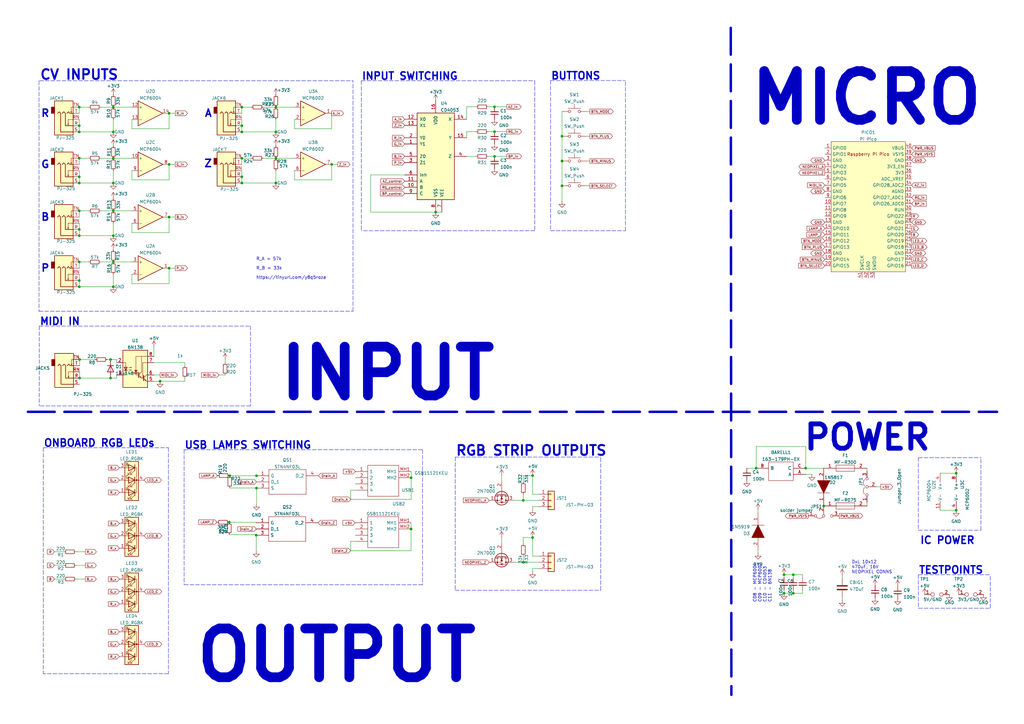
<source format=kicad_sch>
(kicad_sch (version 20211123) (generator eeschema)
  (paper "A3")
  (title_block (title "Illuminati Revisited DIY") (date "2022-03-18") (rev "1.1") (company "modu.monster") (comment 1 "@noise.kitchen"))
  (junction (at 230.505 55.88))
  (junction (at 105.2151 200.2002))
  (junction (at 69.342 46.482))
  (junction (at 32.512 75.057))
  (junction (at 337.82 207.518))
  (junction (at 218.44 220.472))
  (junction (at 392.176 209.296))
  (junction (at 202.819 43.815))
  (junction (at 321.564 243.332))
  (junction (at 99.187 72.517))
  (junction (at 230.505 66.04))
  (junction (at 94.0391 214.1702))
  (junction (at 32.639 155.067))
  (junction (at 32.512 64.897))
  (junction (at 99.187 75.057))
  (junction (at 168.6109 195.9367))
  (junction (at 69.342 89.027))
  (junction (at 32.512 107.442))
  (junction (at 105.0881 219.5042))
  (junction (at 330.454 192.024))
  (junction (at 32.512 96.647))
  (junction (at 325.374 243.332))
  (junction (at 46.482 64.897))
  (junction (at 46.482 86.487))
  (junction (at 168.5881 216.9642))
  (junction (at 94.234 195.072))
  (junction (at 32.512 115.062))
  (junction (at 45.339 147.447))
  (junction (at 32.512 94.107))
  (junction (at 99.187 64.897))
  (junction (at 69.342 109.982))
  (junction (at 32.512 117.602))
  (junction (at 99.187 54.102))
  (junction (at 99.187 43.942))
  (junction (at 136.017 67.437))
  (junction (at 392.176 194.056))
  (junction (at 325.374 235.712))
  (junction (at 202.819 64.135))
  (junction (at 32.512 86.487))
  (junction (at 105.2151 195.1202))
  (junction (at 113.157 43.942))
  (junction (at 113.157 54.102))
  (junction (at 65.659 156.337))
  (junction (at 202.819 53.975))
  (junction (at 45.339 155.067))
  (junction (at 230.505 76.2))
  (junction (at 99.187 51.562))
  (junction (at 178.689 86.995))
  (junction (at 32.639 147.447))
  (junction (at 113.157 64.897))
  (junction (at 46.482 43.942))
  (junction (at 214.63 205.232))
  (junction (at 46.482 96.647))
  (junction (at 46.482 75.057))
  (junction (at 218.44 195.072))
  (junction (at 113.157 75.057))
  (junction (at 46.482 107.442))
  (junction (at 310.134 192.024))
  (junction (at 46.482 54.102))
  (junction (at 46.482 117.602))
  (junction (at 321.564 235.712))
  (junction (at 32.512 43.942))
  (junction (at 214.63 230.632))
  (junction (at 32.512 54.102))
  (junction (at 32.512 51.562))
  (junction (at 69.342 67.437))
  (junction (at 32.512 72.517))
  (wire (pts (xy 214.63 228.092) (xy 214.63 230.632)))
  (wire (pts (xy 329.184 235.712) (xy 329.184 236.982)))
  (wire (pts (xy 32.512 43.942) (xy 32.512 46.482)))
  (wire (pts (xy 330.454 192.024) (xy 337.82 192.024)))
  (wire (pts (xy 31.242 226.314) (xy 35.052 226.314)))
  (wire (pts (xy 94.234 195.072) (xy 105.2151 195.072)))
  (polyline (pts (xy 144.78 127.635) (xy 144.78 33.147)))
  (wire (pts (xy 205.74 195.072) (xy 205.74 197.612)))
  (wire (pts (xy 65.659 156.337) (xy 75.819 156.337)))
  (wire (pts (xy 47.879 153.797) (xy 47.879 155.067)))
  (wire (pts (xy 143.8459 201.0167) (xy 143.8459 204.8267)))
  (wire (pts (xy 46.482 64.897) (xy 54.102 64.897)))
  (wire (pts (xy 22.352 226.314) (xy 26.162 226.314)))
  (polyline (pts (xy 219.329 33.147) (xy 219.329 94.615)))
  (wire (pts (xy 143.8231 225.8542) (xy 168.5881 225.8542)))
  (polyline (pts (xy 102.743 166.497) (xy 16.129 166.497)))
  (wire (pts (xy 230.505 66.04) (xy 230.505 76.2)))
  (wire (pts (xy 120.777 49.022) (xy 120.777 52.832)))
  (polyline (pts (xy 225.806 33.02) (xy 225.806 94.615)))
  (wire (pts (xy 214.63 195.072) (xy 218.44 195.072)))
  (wire (pts (xy 178.689 86.995) (xy 181.229 86.995)))
  (wire (pts (xy 54.102 95.377) (xy 69.342 95.377)))
  (polyline (pts (xy 102.743 133.731) (xy 102.743 166.497)))
  (wire (pts (xy 108.077 64.897) (xy 113.157 64.897)))
  (wire (pts (xy 69.342 52.832) (xy 69.342 46.482)))
  (wire (pts (xy 94.234 200.152) (xy 105.2151 200.152)))
  (wire (pts (xy 205.74 220.472) (xy 205.74 223.012)))
  (wire (pts (xy 32.512 51.562) (xy 32.512 49.022)))
  (wire (pts (xy 32.512 64.897) (xy 32.512 67.437)))
  (wire (pts (xy 32.512 75.057) (xy 32.512 72.517)))
  (wire (pts (xy 69.342 116.332) (xy 69.342 109.982)))
  (wire (pts (xy 32.512 72.517) (xy 32.512 69.977)))
  (wire (pts (xy 329.184 243.332) (xy 325.374 243.332)))
  (wire (pts (xy 329.184 242.062) (xy 329.184 243.332)))
  (polyline (pts (xy 69.088 276.352) (xy 17.78 276.352)))
  (wire (pts (xy 120.777 73.787) (xy 136.017 73.787)))
  (wire (pts (xy 46.482 112.522) (xy 46.482 117.602)))
  (wire (pts (xy 218.44 207.772) (xy 220.98 207.772)))
  (wire (pts (xy 92.329 147.447) (xy 92.329 148.717)))
  (wire (pts (xy 355.6 192.024) (xy 355.6 193.294)))
  (wire (pts (xy 99.187 64.897) (xy 99.187 67.437)))
  (wire (pts (xy 41.402 107.442) (xy 46.482 107.442)))
  (wire (pts (xy 120.777 69.977) (xy 120.777 73.787)))
  (wire (pts (xy 214.63 202.692) (xy 214.63 205.232)))
  (polyline (pts (xy 256.54 94.615) (xy 256.54 33.02)))
  (wire (pts (xy 330.454 183.134) (xy 330.454 192.024)))
  (wire (pts (xy 69.342 89.027) (xy 71.882 89.027)))
  (polyline (pts (xy 186.69 242.062) (xy 246.38 242.062)))
  (wire (pts (xy 99.187 75.057) (xy 99.187 72.517)))
  (wire (pts (xy 89.789 153.797) (xy 92.329 153.797)))
  (wire (pts (xy 210.82 230.632) (xy 214.63 230.632)))
  (wire (pts (xy 99.187 64.897) (xy 102.997 64.897)))
  (wire (pts (xy 69.342 73.787) (xy 69.342 67.437)))
  (wire (pts (xy 337.82 207.518) (xy 337.82 207.772)))
  (wire (pts (xy 94.0391 214.1702) (xy 105.0881 214.1702)))
  (wire (pts (xy 143.8231 222.0442) (xy 143.8231 225.8542)))
  (wire (pts (xy 46.482 96.647) (xy 32.512 96.647)))
  (polyline (pts (xy 16.002 127.635) (xy 144.78 127.635)))
  (wire (pts (xy 69.342 109.982) (xy 71.882 109.982)))
  (wire (pts (xy 330.454 194.564) (xy 332.994 194.564)))
  (wire (pts (xy 325.374 243.332) (xy 321.564 243.332)))
  (wire (pts (xy 337.82 207.264) (xy 337.82 207.518)))
  (wire (pts (xy 321.564 235.712) (xy 325.374 235.712)))
  (wire (pts (xy 54.102 91.567) (xy 54.102 95.377)))
  (wire (pts (xy 218.44 233.172) (xy 218.44 234.442)))
  (wire (pts (xy 113.157 64.897) (xy 120.777 64.897)))
  (wire (pts (xy 41.402 43.942) (xy 46.482 43.942)))
  (wire (pts (xy 69.342 67.437) (xy 71.882 67.437)))
  (wire (pts (xy 63.119 156.337) (xy 65.659 156.337)))
  (wire (pts (xy 99.187 54.102) (xy 99.187 51.562)))
  (wire (pts (xy 41.402 64.897) (xy 46.482 64.897)))
  (wire (pts (xy 214.63 223.012) (xy 214.63 220.472)))
  (polyline (pts (xy 376.682 249.428) (xy 406.146 249.428)))
  (wire (pts (xy 202.819 64.135) (xy 207.899 64.135)))
  (wire (pts (xy 218.44 220.472) (xy 218.44 228.092)))
  (polyline (pts (xy 17.78 183.642) (xy 69.088 183.642)))
  (wire (pts (xy 32.512 107.442) (xy 32.512 109.982)))
  (wire (pts (xy 32.639 152.527) (xy 32.639 155.067)))
  (wire (pts (xy 214.63 205.232) (xy 220.98 205.232)))
  (wire (pts (xy 99.187 72.517) (xy 99.187 69.977)))
  (wire (pts (xy 113.157 69.977) (xy 113.157 75.057)))
  (wire (pts (xy 202.819 43.815) (xy 207.899 43.815)))
  (polyline (pts (xy 148.209 33.147) (xy 219.329 33.147)))
  (wire (pts (xy 32.639 155.067) (xy 45.339 155.067)))
  (wire (pts (xy 168.6109 193.3967) (xy 168.6109 195.9367)))
  (wire (pts (xy 240.665 55.88) (xy 241.935 55.88)))
  (polyline (pts (xy 16.002 33.147) (xy 16.002 127.635)))
  (wire (pts (xy 240.665 66.04) (xy 241.935 66.04)))
  (polyline (pts (xy 11.43 168.91) (xy 408.94 168.91)) (stroke (width 1)))
  (polyline (pts (xy 186.69 187.452) (xy 186.69 242.062)))
  (wire (pts (xy 143.8459 204.8267) (xy 168.6109 204.8267)))
  (polyline (pts (xy 225.806 33.02) (xy 256.54 33.02)))
  (wire (pts (xy 230.505 55.88) (xy 230.505 66.04)))
  (wire (pts (xy 46.482 75.057) (xy 32.512 75.057)))
  (wire (pts (xy 45.339 147.447) (xy 47.879 147.447)))
  (wire (pts (xy 152.019 86.995) (xy 178.689 86.995)))
  (wire (pts (xy 345.44 235.966) (xy 345.44 237.236)))
  (wire (pts (xy 325.374 235.712) (xy 329.184 235.712)))
  (wire (pts (xy 54.102 49.022) (xy 54.102 52.832)))
  (polyline (pts (xy 16.129 133.731) (xy 16.129 166.497)))
  (wire (pts (xy 218.44 233.172) (xy 220.98 233.172)))
  (wire (pts (xy 168.5881 214.4242) (xy 168.5881 216.9642)))
  (wire (pts (xy 310.134 192.024) (xy 310.134 183.134)))
  (wire (pts (xy 200.279 64.135) (xy 202.819 64.135)))
  (polyline (pts (xy 376.682 187.706) (xy 376.682 217.424)))
  (wire (pts (xy 310.896 209.042) (xy 310.896 210.312)))
  (wire (pts (xy 195.199 64.135) (xy 191.389 64.135)))
  (polyline (pts (xy 246.38 242.062) (xy 246.38 187.452)))
  (wire (pts (xy 168.6109 204.8267) (xy 168.6109 195.9367)))
  (wire (pts (xy 32.512 54.102) (xy 32.512 51.562)))
  (wire (pts (xy 63.119 148.717) (xy 75.819 148.717)))
  (wire (pts (xy 195.199 53.975) (xy 191.389 53.975)))
  (wire (pts (xy 99.187 43.942) (xy 102.997 43.942)))
  (polyline (pts (xy 376.682 235.712) (xy 376.682 249.428)))
  (wire (pts (xy 385.572 194.056) (xy 392.176 194.056)))
  (wire (pts (xy 54.102 116.332) (xy 69.342 116.332)))
  (wire (pts (xy 32.512 86.487) (xy 36.322 86.487)))
  (wire (pts (xy 47.879 147.447) (xy 47.879 148.717)))
  (wire (pts (xy 54.102 69.977) (xy 54.102 73.787)))
  (wire (pts (xy 218.44 228.092) (xy 220.98 228.092)))
  (polyline (pts (xy 225.806 94.615) (xy 256.54 94.615)))
  (wire (pts (xy 195.199 43.815) (xy 191.389 43.815)))
  (wire (pts (xy 54.102 112.522) (xy 54.102 116.332)))
  (wire (pts (xy 113.157 49.022) (xy 113.157 54.102)))
  (polyline (pts (xy 299.72 11.43) (xy 299.974 284.988)) (stroke (width 1)))
  (wire (pts (xy 32.512 86.487) (xy 32.512 89.027)))
  (wire (pts (xy 120.777 52.832) (xy 136.017 52.832)))
  (wire (pts (xy 105.2151 195.072) (xy 105.2151 195.1202)))
  (wire (pts (xy 214.63 220.472) (xy 218.44 220.472)))
  (wire (pts (xy 214.63 197.612) (xy 214.63 195.072)))
  (wire (pts (xy 94.0391 219.2502) (xy 105.0881 219.2502)))
  (polyline (pts (xy 406.146 249.428) (xy 406.146 235.712)))
  (wire (pts (xy 99.187 43.942) (xy 99.187 46.482)))
  (wire (pts (xy 32.639 147.447) (xy 32.639 149.987)))
  (polyline (pts (xy 148.209 33.147) (xy 148.209 94.615)))
  (wire (pts (xy 47.879 155.067) (xy 45.339 155.067)))
  (wire (pts (xy 191.389 43.815) (xy 191.389 48.895)))
  (wire (pts (xy 46.482 54.102) (xy 32.512 54.102)))
  (wire (pts (xy 44.069 147.447) (xy 45.339 147.447)))
  (polyline (pts (xy 16.256 33.147) (xy 144.78 33.147)))
  (wire (pts (xy 32.512 64.897) (xy 36.322 64.897)))
  (wire (pts (xy 32.512 96.647) (xy 32.512 94.107)))
  (wire (pts (xy 113.157 54.102) (xy 99.187 54.102)))
  (wire (pts (xy 230.505 45.72) (xy 230.505 55.88)))
  (wire (pts (xy 218.44 202.692) (xy 220.98 202.692)))
  (polyline (pts (xy 376.682 217.424) (xy 402.336 217.424)))
  (wire (pts (xy 113.157 43.942) (xy 120.777 43.942)))
  (wire (pts (xy 355.6 205.994) (xy 355.6 207.518)))
  (wire (pts (xy 105.0881 219.5042) (xy 105.0881 225.9794)))
  (wire (pts (xy 165.989 71.755) (xy 152.019 71.755)))
  (wire (pts (xy 32.512 43.942) (xy 36.322 43.942)))
  (wire (pts (xy 22.352 237.49) (xy 26.162 237.49)))
  (wire (pts (xy 32.512 117.602) (xy 32.512 115.062)))
  (polyline (pts (xy 186.69 187.452) (xy 246.38 187.452)))
  (wire (pts (xy 136.017 73.787) (xy 136.017 67.437)))
  (polyline (pts (xy 173.2871 239.8242) (xy 75.4971 239.8242)))
  (wire (pts (xy 200.279 53.975) (xy 202.819 53.975)))
  (wire (pts (xy 210.82 205.232) (xy 214.63 205.232)))
  (wire (pts (xy 54.102 73.787) (xy 69.342 73.787)))
  (wire (pts (xy 113.157 75.057) (xy 99.187 75.057)))
  (wire (pts (xy 46.482 86.487) (xy 54.102 86.487)))
  (wire (pts (xy 306.324 192.024) (xy 310.134 192.024)))
  (wire (pts (xy 105.0881 214.1702) (xy 105.0881 214.4242)))
  (wire (pts (xy 41.402 86.487) (xy 46.482 86.487)))
  (wire (pts (xy 75.819 155.067) (xy 75.819 156.337)))
  (wire (pts (xy 63.119 153.797) (xy 65.659 153.797)))
  (wire (pts (xy 31.242 231.902) (xy 35.052 231.902)))
  (wire (pts (xy 321.564 242.062) (xy 321.564 243.332)))
  (wire (pts (xy 22.352 231.902) (xy 26.162 231.902)))
  (wire (pts (xy 108.077 43.942) (xy 113.157 43.942)))
  (wire (pts (xy 105.2151 200.2002) (xy 105.2151 206.6754)))
  (polyline (pts (xy 173.2871 184.4522) (xy 173.2871 239.8242)))
  (wire (pts (xy 63.119 142.367) (xy 63.119 146.177)))
  (polyline (pts (xy 219.329 94.615) (xy 148.209 94.615)))
  (polyline (pts (xy 402.336 217.424) (xy 402.336 187.706)))
  (wire (pts (xy 69.342 46.482) (xy 71.882 46.482)))
  (wire (pts (xy 218.44 195.072) (xy 218.44 202.692)))
  (wire (pts (xy 105.0881 219.2502) (xy 105.0881 219.5042)))
  (wire (pts (xy 75.819 148.717) (xy 75.819 149.987)))
  (wire (pts (xy 310.896 225.552) (xy 310.896 226.822)))
  (wire (pts (xy 143.8231 222.0442) (xy 145.7281 222.0442)))
  (wire (pts (xy 200.279 43.815) (xy 202.819 43.815)))
  (wire (pts (xy 325.374 235.712) (xy 325.374 236.982)))
  (wire (pts (xy 46.482 91.567) (xy 46.482 96.647)))
  (wire (pts (xy 105.2151 200.152) (xy 105.2151 200.2002)))
  (wire (pts (xy 240.665 45.72) (xy 241.935 45.72)))
  (polyline (pts (xy 75.4971 184.4522) (xy 173.2871 184.4522)))
  (wire (pts (xy 32.512 107.442) (xy 36.322 107.442)))
  (wire (pts (xy 136.017 67.437) (xy 138.557 67.437)))
  (wire (pts (xy 99.187 51.562) (xy 99.187 49.022)))
  (wire (pts (xy 32.512 94.107) (xy 32.512 91.567)))
  (wire (pts (xy 46.482 43.942) (xy 54.102 43.942)))
  (polyline (pts (xy 17.78 183.642) (xy 17.78 276.352)))
  (wire (pts (xy 143.8459 201.0167) (xy 145.7509 201.0167)))
  (wire (pts (xy 54.102 52.832) (xy 69.342 52.832)))
  (wire (pts (xy 230.505 76.2) (xy 230.505 82.55)))
  (wire (pts (xy 321.564 235.712) (xy 321.564 236.982)))
  (polyline (pts (xy 376.682 187.706) (xy 402.336 187.706)))
  (polyline (pts (xy 69.088 183.642) (xy 69.088 276.352)))
  (wire (pts (xy 240.665 76.2) (xy 241.935 76.2)))
  (wire (pts (xy 385.572 209.296) (xy 392.176 209.296)))
  (wire (pts (xy 32.512 115.062) (xy 32.512 112.522)))
  (wire (pts (xy 310.134 183.134) (xy 330.454 183.134)))
  (wire (pts (xy 345.44 244.856) (xy 345.44 246.126)))
  (wire (pts (xy 136.017 52.832) (xy 136.017 46.482)))
  (wire (pts (xy 152.019 71.755) (xy 152.019 86.995)))
  (wire (pts (xy 168.5881 225.8542) (xy 168.5881 216.9642)))
  (wire (pts (xy 46.482 49.022) (xy 46.482 54.102)))
  (wire (pts (xy 46.482 117.602) (xy 32.512 117.602)))
  (wire (pts (xy 145.6011 214.4242) (xy 145.7281 214.4242)))
  (wire (pts (xy 46.482 69.977) (xy 46.482 75.057)))
  (wire (pts (xy 218.44 207.772) (xy 218.44 209.042)))
  (wire (pts (xy 214.63 230.632) (xy 220.98 230.632)))
  (wire (pts (xy 46.482 107.442) (xy 54.102 107.442)))
  (wire (pts (xy 32.639 147.447) (xy 38.989 147.447)))
  (wire (pts (xy 202.819 53.975) (xy 207.899 53.975)))
  (wire (pts (xy 325.374 242.062) (xy 325.374 243.332)))
  (wire (pts (xy 69.342 95.377) (xy 69.342 89.027)))
  (polyline (pts (xy 16.129 133.731) (xy 102.743 133.731)))
  (polyline (pts (xy 376.682 235.712) (xy 406.146 235.712)))
  (polyline (pts (xy 75.4971 184.4522) (xy 75.4971 239.8242)))
  (wire (pts (xy 191.389 53.975) (xy 191.389 56.515)))
  (wire (pts (xy 359.41 199.644) (xy 361.188 199.644)))
  (wire (pts (xy 35.052 237.49) (xy 31.242 237.49)))
  (text "DxL 10x12\n470uF, 16V\nNEOPIXEL CONNS" (at 349.25 235.458 0) (effects (font (size 1.27 1.27)) (justify left bottom)))
  (text "BUTTONS" (at 225.806 33.02 0) (effects (font (size 3 3) bold) (justify left bottom)))
  (text "A" (at 87.122 48.387 180) (effects (font (size 3 3) bold) (justify right bottom)))
  (text "https://tinyurl.com/y8q5roza" (at 105.029 114.681 0) (effects (font (size 1.27 1.27)) (justify left bottom)))
  (text "INPUT SWITCHING" (at 148.209 33.147 0) (effects (font (size 3 3) bold) (justify left bottom)))
  (text "OUTPUT" (at 78.74 280.67 0) (effects (font (size 20 20) bold) (justify left bottom)))
  (text "R_B = 33k\n" (at 105.029 110.871 0) (effects (font (size 1.27 1.27)) (justify left bottom)))
  (text "CV INPUTS" (at 16.129 33.147 0) (effects (font (size 4 4) (thickness 0.8) bold) (justify left bottom)))
  (text "POWER" (at 328.93 185.42 0) (effects (font (size 10 10) bold) (justify left bottom)))
  (text "MIDI IN" (at 16.129 133.731 0) (effects (font (size 3 3) bold) (justify left bottom)))
  (text "INPUT" (at 113.03 165.1 0) (effects (font (size 20 20) bold) (justify left bottom)))
  (text "TESTPOINTS" (at 376.682 235.712 0) (effects (font (size 3 3) bold) (justify left bottom)))
  (text "B" (at 20.447 90.932 180) (effects (font (size 3 3) bold) (justify right bottom)))
  (text "MICRO" (at 306.07 52.07 0) (effects (font (size 20 20) bold) (justify left bottom)))
  (text "R" (at 20.447 48.387 180) (effects (font (size 3 3) bold) (justify right bottom)))
  (text "P" (at 20.447 111.887 180) (effects (font (size 3 3) bold) (justify right bottom)))
  (text "C08 - MCP6004\nC09 - MCP6002\nC10 - CD4053\nC11 - 6N138" (at 316.484 247.142 90) (effects (font (size 1.27 1.27)) (justify left bottom)))
  (text "IC POWER" (at 377.19 223.52 0) (effects (font (size 3 3) bold) (justify left bottom)))
  (text "USB LAMPS SWITCHING" (at 75.4971 184.4522 0) (effects (font (size 3 3) bold) (justify left bottom)))
  (text "Z" (at 87.1843 68.971 180) (effects (font (size 3 3) bold) (justify right bottom)))
  (text "ONBOARD RGB LEDs" (at 17.78 183.642 0) (effects (font (size 3 3) bold) (justify left bottom)))
  (text "G" (at 20.447 69.342 180) (effects (font (size 3 3) bold) (justify right bottom)))
  (text "RGB STRIP OUTPUTS" (at 186.69 187.325 0) (effects (font (size 4 4) (thickness 0.8) bold) (justify left bottom)))
  (text "R_A = 57k" (at 105.029 107.061 0) (effects (font (size 1.27 1.27)) (justify left bottom)))
  (global_label "BTN_SELECT" (shape input) (at 338.328 108.966 180) (effects (font (size 1 1))) (property "Intersheet References" "${INTERSHEET_REFS}" (effects hide)))
  (global_label "G" (shape input) (at 22.352 231.902 180) (effects (font (size 1 1))) (property "Intersheet References" "${INTERSHEET_REFS}" (effects hide)))
  (global_label "LED_B" (shape output) (at 373.888 101.346 0) (effects (font (size 1 1))) (property "Intersheet References" "${INTERSHEET_REFS}" (effects hide)))
  (global_label "+5V" (shape input) (at 145.6011 214.4242 180) (effects (font (size 1 1))) (property "Intersheet References" "${INTERSHEET_REFS}" (effects hide)))
  (global_label "GND" (shape tri_state) (at 373.888 103.886 0) (effects (font (size 1 1))) (property "Intersheet References" "${INTERSHEET_REFS}" (effects hide)))
  (global_label "R_x" (shape input) (at 48.949 224.8555 180) (effects (font (size 1 1))) (property "Intersheet References" "${INTERSHEET_REFS}" (effects hide)))
  (global_label "Drain_Z" (shape input) (at 105.0881 216.9642 180) (effects (font (size 1 1))) (property "Intersheet References" "${INTERSHEET_REFS}" (effects hide)))
  (global_label "GND" (shape tri_state) (at 373.888 65.786 0) (effects (font (size 1 1))) (property "Intersheet References" "${INTERSHEET_REFS}" (effects hide)))
  (global_label "B_x" (shape input) (at 48.949 191.8355 180) (effects (font (size 1 1))) (property "Intersheet References" "${INTERSHEET_REFS}" (effects hide)))
  (global_label "AZ_in" (shape output) (at 207.899 43.815 0) (effects (font (size 1 1))) (property "Intersheet References" "${INTERSHEET_REFS}" (effects hide)))
  (global_label "Drain_Z" (shape input) (at 130.4881 214.4242 0) (effects (font (size 1 1))) (property "Intersheet References" "${INTERSHEET_REFS}" (effects hide)))
  (global_label "Z_in" (shape input) (at 165.989 51.435 180) (effects (font (size 1 1))) (property "Intersheet References" "${INTERSHEET_REFS}" (effects hide)))
  (global_label "B_x" (shape input) (at 48.949 259.1455 180) (effects (font (size 1 1))) (property "Intersheet References" "${INTERSHEET_REFS}" (effects hide)))
  (global_label "B_in" (shape input) (at 165.989 64.135 180) (effects (font (size 1 1))) (property "Intersheet References" "${INTERSHEET_REFS}" (effects hide)))
  (global_label "MIDI_in" (shape input) (at 338.328 75.946 180) (effects (font (size 1 1))) (property "Intersheet References" "${INTERSHEET_REFS}" (effects hide)))
  (global_label "B" (shape input) (at 22.352 237.49 180) (effects (font (size 1 1))) (property "Intersheet References" "${INTERSHEET_REFS}" (effects hide)))
  (global_label "R_x" (shape input) (at 48.949 247.7155 180) (effects (font (size 1 1))) (property "Intersheet References" "${INTERSHEET_REFS}" (effects hide)))
  (global_label "BTN_SELECT" (shape output) (at 241.935 76.2 0) (effects (font (size 1 1))) (property "Intersheet References" "${INTERSHEET_REFS}" (effects hide)))
  (global_label "G_x" (shape input) (at 48.949 264.2255 180) (effects (font (size 1 1))) (property "Intersheet References" "${INTERSHEET_REFS}" (effects hide)))
  (global_label "G_in" (shape input) (at 165.989 59.055 180) (effects (font (size 1 1))) (property "Intersheet References" "${INTERSHEET_REFS}" (effects hide)))
  (global_label "G_in" (shape output) (at 71.882 67.437 0) (effects (font (size 1 1))) (property "Intersheet References" "${INTERSHEET_REFS}" (effects hide)))
  (global_label "B" (shape output) (at 373.888 96.266 0) (effects (font (size 1 1))) (property "Intersheet References" "${INTERSHEET_REFS}" (effects hide)))
  (global_label "LED_C" (shape output) (at 373.888 106.426 0) (effects (font (size 1 1))) (property "Intersheet References" "${INTERSHEET_REFS}" (effects hide)))
  (global_label "G_x" (shape output) (at 35.052 231.902 0) (effects (font (size 1 1))) (property "Intersheet References" "${INTERSHEET_REFS}" (effects hide)))
  (global_label "GND" (shape tri_state) (at 338.328 65.786 180) (effects (font (size 1 1))) (property "Intersheet References" "${INTERSHEET_REFS}" (effects hide)))
  (global_label "P_in" (shape input) (at 165.989 66.675 180) (effects (font (size 1 1))) (property "Intersheet References" "${INTERSHEET_REFS}" (effects hide)))
  (global_label "NEOPIXEL_A" (shape input) (at 200.66 205.232 180) (effects (font (size 1 1))) (property "Intersheet References" "${INTERSHEET_REFS}" (effects hide)))
  (global_label "B_x" (shape output) (at 35.052 237.49 0) (effects (font (size 1 1))) (property "Intersheet References" "${INTERSHEET_REFS}" (effects hide)))
  (global_label "PWR_VBUS" (shape input) (at 373.888 60.706 0) (effects (font (size 1 1))) (property "Intersheet References" "${INTERSHEET_REFS}" (effects hide)))
  (global_label "LED_D" (shape output) (at 373.888 108.966 0) (effects (font (size 1 1))) (property "Intersheet References" "${INTERSHEET_REFS}" (effects hide)))
  (global_label "NEOPIXEL_A" (shape output) (at 338.328 68.326 180) (effects (font (size 1 1))) (property "Intersheet References" "${INTERSHEET_REFS}" (effects hide)))
  (global_label "BTN_MINUS" (shape input) (at 338.328 106.426 180) (effects (font (size 1 1))) (property "Intersheet References" "${INTERSHEET_REFS}" (effects hide)))
  (global_label "G_x" (shape input) (at 48.949 219.7755 180) (effects (font (size 1 1))) (property "Intersheet References" "${INTERSHEET_REFS}" (effects hide)))
  (global_label "LED_D" (shape bidirectional) (at 59.109 264.2255 0) (effects (font (size 1 1))) (property "Intersheet References" "${INTERSHEET_REFS}" (effects hide)))
  (global_label "LAMP_Z" (shape input) (at 88.9591 214.1702 180) (effects (font (size 1 1))) (property "Intersheet References" "${INTERSHEET_REFS}" (effects hide)))
  (global_label "Drain_A" (shape input) (at 130.6151 195.1202 0) (effects (font (size 1 1))) (property "Intersheet References" "${INTERSHEET_REFS}" (effects hide)))
  (global_label "R_in" (shape output) (at 71.882 46.482 0) (effects (font (size 1 1))) (property "Intersheet References" "${INTERSHEET_REFS}" (effects hide)))
  (global_label "B_x" (shape input) (at 48.949 237.5555 180) (effects (font (size 1 1))) (property "Intersheet References" "${INTERSHEET_REFS}" (effects hide)))
  (global_label "R" (shape input) (at 22.352 226.314 180) (effects (font (size 1 1))) (property "Intersheet References" "${INTERSHEET_REFS}" (effects hide)))
  (global_label "LAMP_A" (shape input) (at 89.154 195.072 180) (effects (font (size 1 1))) (property "Intersheet References" "${INTERSHEET_REFS}" (effects hide)))
  (global_label "LAMP_Z" (shape input) (at 338.328 96.266 180) (effects (font (size 1 1))) (property "Intersheet References" "${INTERSHEET_REFS}" (effects hide)))
  (global_label "B_in" (shape output) (at 71.882 89.027 0) (effects (font (size 1 1))) (property "Intersheet References" "${INTERSHEET_REFS}" (effects hide)))
  (global_label "RG_in" (shape output) (at 207.899 53.975 0) (effects (font (size 1 1))) (property "Intersheet References" "${INTERSHEET_REFS}" (effects hide)))
  (global_label "LAMP_A" (shape input) (at 338.328 93.726 180) (effects (font (size 1 1))) (property "Intersheet References" "${INTERSHEET_REFS}" (effects hide)))
  (global_label "BP_in" (shape input) (at 373.888 83.566 0) (effects (font (size 1 1))) (property "Intersheet References" "${INTERSHEET_REFS}" (effects hide)))
  (global_label "GND" (shape tri_state) (at 338.328 103.886 180) (effects (font (size 1 1))) (property "Intersheet References" "${INTERSHEET_REFS}" (effects hide)))
  (global_label "AZ_control" (shape input) (at 165.989 74.295 180) (effects (font (size 1 1))) (property "Intersheet References" "${INTERSHEET_REFS}" (effects hide)))
  (global_label "GND" (shape tri_state) (at 338.328 91.186 180) (effects (font (size 1 1))) (property "Intersheet References" "${INTERSHEET_REFS}" (effects hide)))
  (global_label "R_in" (shape input) (at 165.989 56.515 180) (effects (font (size 1 1))) (property "Intersheet References" "${INTERSHEET_REFS}" (effects hide)))
  (global_label "+5V" (shape input) (at 145.7509 193.3967 180) (effects (font (size 1 1))) (property "Intersheet References" "${INTERSHEET_REFS}" (effects hide)))
  (global_label "R" (shape output) (at 373.888 88.646 0) (effects (font (size 1 1))) (property "Intersheet References" "${INTERSHEET_REFS}" (effects hide)))
  (global_label "Drain_A" (shape input) (at 105.2151 197.6602 180) (effects (font (size 1 1))) (property "Intersheet References" "${INTERSHEET_REFS}" (effects hide)))
  (global_label "RG_control" (shape input) (at 165.989 76.835 180) (effects (font (size 1 1))) (property "Intersheet References" "${INTERSHEET_REFS}" (effects hide)))
  (global_label "BP_control" (shape input) (at 165.989 79.375 180) (effects (font (size 1 1))) (property "Intersheet References" "${INTERSHEET_REFS}" (effects hide)))
  (global_label "+5V" (shape output) (at 361.188 199.644 0) (effects (font (size 1 1))) (property "Intersheet References" "${INTERSHEET_REFS}" (effects hide)))
  (global_label "GND" (shape tri_state) (at 373.888 91.186 0) (effects (font (size 1 1))) (property "Intersheet References" "${INTERSHEET_REFS}" (effects hide)))
  (global_label "AZ_in" (shape input) (at 373.888 75.946 0) (effects (font (size 1 1))) (property "Intersheet References" "${INTERSHEET_REFS}" (effects hide)))
  (global_label "BTN_PLUS" (shape output) (at 241.935 55.88 0) (effects (font (size 1 1))) (property "Intersheet References" "${INTERSHEET_REFS}" (effects hide)))
  (global_label "LED_A" (shape bidirectional) (at 59.109 196.9155 0) (effects (font (size 1 1))) (property "Intersheet References" "${INTERSHEET_REFS}" (effects hide)))
  (global_label "PWR_VBUS" (shape output) (at 344.17 211.582 0) (effects (font (size 1 1))) (property "Intersheet References" "${INTERSHEET_REFS}" (effects hide)))
  (global_label "PWR_VSYS" (shape output) (at 331.47 211.582 180) (effects (font (size 1 1))) (property "Intersheet References" "${INTERSHEET_REFS}" (effects hide)))
  (global_label "G_x" (shape input) (at 48.949 196.9155 180) (effects (font (size 1 1))) (property "Intersheet References" "${INTERSHEET_REFS}" (effects hide)))
  (global_label "G_x" (shape input) (at 48.949 242.6355 180) (effects (font (size 1 1))) (property "Intersheet References" "${INTERSHEET_REFS}" (effects hide)))
  (global_label "PWR_VSYS" (shape input) (at 373.888 63.246 0) (effects (font (size 1 1))) (property "Intersheet References" "${INTERSHEET_REFS}" (effects hide)))
  (global_label "BTN_MODE" (shape input) (at 338.328 98.806 180) (effects (font (size 1 1))) (property "Intersheet References" "${INTERSHEET_REFS}" (effects hide)))
  (global_label "R_x" (shape output) (at 35.052 226.314 0) (effects (font (size 1 1))) (property "Intersheet References" "${INTERSHEET_REFS}" (effects hide)))
  (global_label "NEOPIXEL_Z" (shape input) (at 200.66 230.632 180) (effects (font (size 1 1))) (property "Intersheet References" "${INTERSHEET_REFS}" (effects hide)))
  (global_label "B_x" (shape input) (at 48.949 214.6955 180) (effects (font (size 1 1))) (property "Intersheet References" "${INTERSHEET_REFS}" (effects hide)))
  (global_label "BTN_MINUS" (shape output) (at 241.935 66.04 0) (effects (font (size 1 1))) (property "Intersheet References" "${INTERSHEET_REFS}" (effects hide)))
  (global_label "Z_in" (shape output) (at 138.557 67.437 0) (effects (font (size 1 1))) (property "Intersheet References" "${INTERSHEET_REFS}" (effects hide)))
  (global_label "NEOPIXEL_Z" (shape output) (at 338.328 70.866 180) (effects (font (size 1 1))) (property "Intersheet References" "${INTERSHEET_REFS}" (effects hide)))
  (global_label "LED_C" (shape bidirectional) (at 59.109 242.6355 0) (effects (font (size 1 1))) (property "Intersheet References" "${INTERSHEET_REFS}" (effects hide)))
  (global_label "MIDI_in" (shape output) (at 65.659 153.797 0) (effects (font (size 1 1))) (property "Intersheet References" "${INTERSHEET_REFS}" (effects hide)))
  (global_label "BTN_PLUS" (shape input) (at 338.328 101.346 180) (effects (font (size 1 1))) (property "Intersheet References" "${INTERSHEET_REFS}" (effects hide)))
  (global_label "Drain_Z" (shape input) (at 143.8231 225.8542 180) (effects (font (size 1 1))) (property "Intersheet References" "${INTERSHEET_REFS}" (effects hide)))
  (global_label "MIDI_in" (shape input) (at 89.789 153.797 180) (effects (font (size 1 1))) (property "Intersheet References" "${INTERSHEET_REFS}" (effects hide)))
  (global_label "GND" (shape tri_state) (at 338.328 78.486 180) (effects (font (size 1 1))) (property "Intersheet References" "${INTERSHEET_REFS}" (effects hide)))
  (global_label "Drain_A" (shape input) (at 143.8459 204.8267 180) (effects (font (size 1 1))) (property "Intersheet References" "${INTERSHEET_REFS}" (effects hide)))
  (global_label "A_in" (shape input) (at 165.989 48.895 180) (effects (font (size 1 1))) (property "Intersheet References" "${INTERSHEET_REFS}" (effects hide)))
  (global_label "R_x" (shape input) (at 48.949 201.9955 180) (effects (font (size 1 1))) (property "Intersheet References" "${INTERSHEET_REFS}" (effects hide)))
  (global_label "LED_B" (shape bidirectional) (at 59.109 219.7755 0) (effects (font (size 1 1))) (property "Intersheet References" "${INTERSHEET_REFS}" (effects hide)))
  (global_label "P_in" (shape output) (at 71.882 109.982 0) (effects (font (size 1 1))) (property "Intersheet References" "${INTERSHEET_REFS}" (effects hide)))
  (global_label "BP_in" (shape output) (at 207.899 64.135 0) (effects (font (size 1 1))) (property "Intersheet References" "${INTERSHEET_REFS}" (effects hide)))
  (global_label "G" (shape output) (at 373.888 93.726 0) (effects (font (size 1 1))) (property "Intersheet References" "${INTERSHEET_REFS}" (effects hide)))
  (global_label "A_in" (shape output) (at 136.017 46.482 0) (effects (font (size 1 1))) (property "Intersheet References" "${INTERSHEET_REFS}" (effects hide)))
  (global_label "LED_A" (shape output) (at 373.888 98.806 0) (effects (font (size 1 1))) (property "Intersheet References" "${INTERSHEET_REFS}" (effects hide)))
  (global_label "RG_in" (shape input) (at 373.888 81.026 0) (effects (font (size 1 1))) (property "Intersheet References" "${INTERSHEET_REFS}" (effects hide)))
  (global_label "R_x" (shape input) (at 48.949 269.3055 180) (effects (font (size 1 1))) (property "Intersheet References" "${INTERSHEET_REFS}" (effects hide)))
  (global_label "BTN_MODE" (shape output) (at 241.935 45.72 0) (effects (font (size 1 1))) (property "Intersheet References" "${INTERSHEET_REFS}" (effects hide)))
  (symbol (lib_id "Device:R_Small") (at 28.702 237.49 90) (unit 1)
    (property "Reference" "R3" (at 24.892 238.76 90))
    (property "Value" "220" (at 24.892 236.22 90))
    (property "Footprint" "Resistor_THT:R_Axial_DIN0207_L6.3mm_D2.5mm_P7.62mm_Horizontal" (effects hide))
  )
  (symbol (lib_id "Device:R_Small") (at 46.482 109.982 0) (unit 1)
    (property "Reference" "R16" (at 44.704 110.109 90))
    (property "Value" "57k" (at 48.514 110.109 90))
    (property "Footprint" "Resistor_THT:R_Axial_DIN0207_L6.3mm_D2.5mm_P2.54mm_Vertical" (effects hide))
  )
  (symbol (lib_id "Device:R_Small") (at 91.4991 214.1702 90) (unit 1)
    (property "Reference" "R18" (at 92.7691 216.7102 0))
    (property "Value" "220" (at 90.8841 217.3636 0))
    (property "Footprint" "Resistor_THT:R_Axial_DIN0207_L6.3mm_D2.5mm_P2.54mm_Vertical" (effects hide))
  )
  (symbol (lib_id "power:GND") (at 65.659 156.337 0) (unit 1)
    (property "Reference" "#PWR010" (effects hide))
    (property "Value" "GND" (at 65.659 160.8995 0))
  )
  (symbol (lib_id "Device:R_Small") (at 28.702 226.314 90) (unit 1)
    (property "Reference" "R1" (at 24.892 227.584 90))
    (property "Value" "220" (at 24.892 225.044 90))
    (property "Footprint" "Resistor_THT:R_Axial_DIN0207_L6.3mm_D2.5mm_P7.62mm_Horizontal" (effects hide))
  )
  (symbol (lib_id "Device:C_Small") (at 325.374 239.522 0) (unit 1)
    (property "Reference" "C6" (at 322.834 238.252 0) (effects (justify left)))
    (property "Value" "100n" (at 324.104 244.602 90) (effects (justify left)))
    (property "Footprint" "Capacitor_THT:C_Rect_L7.0mm_W2.5mm_P5.00mm" (effects hide))
  )
  (symbol (lib_id "Device:R_Small") (at 41.529 147.447 90) (unit 1)
    (property "Reference" "R8" (at 37.719 148.717 90))
    (property "Value" "220" (at 37.719 146.177 90))
    (property "Footprint" "Resistor_THT:R_Axial_DIN0207_L6.3mm_D2.5mm_P2.54mm_Vertical" (effects hide))
  )
  (symbol (lib_id "Device:C_Small") (at 329.184 239.522 0) (unit 1)
    (property "Reference" "C7" (at 331.5081 238.6198 0) (effects (justify left)))
    (property "Value" "100n" (at 331.5081 241.3949 0) (effects (justify left)))
    (property "Footprint" "Capacitor_THT:C_Rect_L7.0mm_W2.5mm_P5.00mm" (effects hide))
  )
  (symbol (lib_id "power:+3V3") (at 393.192 243.84 0) (unit 1)
    (property "Reference" "#PWR046" (effects hide))
    (property "Value" "+3V3" (at 393.192 240.284 0))
  )
  (symbol (lib_id "Diode:1N914") (at 45.339 151.257 270) (unit 1)
    (property "Reference" "D1" (at 47.371 150.3485 90) (effects (justify left)))
    (property "Value" "1N4148" (at 47.371 153.1236 90) (effects (justify left)))
    (property "Footprint" "Diode_THT:D_DO-35_SOD27_P7.62mm_Horizontal" (effects hide))
    (property "Datasheet" "https://assets.nexperia.com/documents/data-sheet/1N4148_1N4448.pdf" (effects hide))
    (property "Notes" "mind orientation" (effects hide))
  )
  (symbol (lib_id "SamacSys_Parts:163-179PH-EX") (at 310.134 192.024 0) (unit 1)
    (property "Reference" "BARELL1" (at 320.294 185.5683 0))
    (property "Value" "163-179PH-EX" (at 320.294 188.3434 0))
    (property "Footprint" "SamacSys_Parts:BarellJack" (effects hide))
    (property "Datasheet" "https://componentsearchengine.com/Datasheets/1/163-179PH-EX.pdf" (effects hide))
    (property "Description" "DC Power Connectors PCB 2.1MM" (effects hide))
    (property "Height" "11" (effects hide))
    (property "Mouser Part Number" "163-179PH-EX" (effects hide))
    (property "Mouser Price/Stock" "https://www.mouser.co.uk/ProductDetail/Kobiconn/163-179PH-EX?qs=Xb8IjHhkxj5l2UOaIqcGCw%3D%3D" (effects hide))
    (property "Manufacturer_Name" "Kobiconn" (effects hide))
    (property "Manufacturer_Part_Number" "163-179PH-EX" (effects hide))
  )
  (symbol (lib_id "Device:R_Small") (at 105.537 43.942 270) (unit 1)
    (property "Reference" "R23" (at 109.347 42.672 90))
    (property "Value" "57k" (at 109.347 45.212 90))
    (property "Footprint" "Resistor_THT:R_Axial_DIN0207_L6.3mm_D2.5mm_P2.54mm_Vertical" (effects hide))
  )
  (symbol (lib_id "power:GND") (at 105.2151 206.6754 0) (unit 1)
    (property "Reference" "#PWR013" (effects hide))
    (property "Value" "GND" (at 105.2151 211.2379 0))
  )
  (symbol (lib_id "Device:C_Small") (at 368.1875 242.9938 0) (unit 1)
    (property "Reference" "C9" (at 370.5116 242.0916 0) (effects (justify left)))
    (property "Value" "100n" (at 370.5116 244.8667 0) (effects (justify left)))
    (property "Footprint" "Capacitor_THT:C_Rect_L7.0mm_W2.5mm_P5.00mm" (effects hide))
  )
  (symbol (lib_id "Device:C_Small") (at 202.819 66.675 180) (unit 1)
    (property "Reference" "C3" (at 205.1431 65.7601 0) (effects (justify right)))
    (property "Value" "100n" (at 205.1431 68.5352 0) (effects (justify right)))
    (property "Footprint" "Capacitor_THT:C_Rect_L7.0mm_W2.5mm_P5.00mm" (effects hide))
  )
  (symbol (lib_id "Device:R_Small") (at 75.819 152.527 180) (unit 1)
    (property "Reference" "R17" (at 78.359 153.797 0))
    (property "Value" "1k" (at 73.8791 145.9356 0))
    (property "Footprint" "Resistor_THT:R_Axial_DIN0207_L6.3mm_D2.5mm_P2.54mm_Vertical" (effects hide))
    (property "Notes" "this resistor is not mandatory" (effects hide))
  )
  (symbol (lib_id "power:+5V") (at 345.44 235.966 0) (unit 1)
    (property "Reference" "#PWR036" (effects hide))
    (property "Value" "+5V" (at 345.44 232.3615 0))
  )
  (symbol (lib_id "Device:R_Small") (at 38.862 64.897 270) (unit 1)
    (property "Reference" "R5" (at 38.862 62.992 90))
    (property "Value" "57k" (at 38.862 66.802 90))
    (property "Footprint" "Resistor_THT:R_Axial_DIN0207_L6.3mm_D2.5mm_P2.54mm_Vertical" (effects hide))
  )
  (symbol (lib_id "MCU_RaspberryPi_and_Boards:Pico") (at 356.108 84.836 0) (unit 1)
    (property "Reference" "PICO1" (at 356.108 54.3265 0))
    (property "Value" "Pi Pico" (at 356.108 57.1016 0))
    (property "Footprint" "MCU_RaspberryPi_and_Boards:RPi_Pico_TH" (effects hide))
  )
  (symbol (lib_id "power:GND") (at 358.9165 245.2798 0) (unit 1)
    (property "Reference" "#PWR039" (effects hide))
    (property "Value" "GND" (at 358.9165 249.8423 0))
  )
  (symbol (lib_id "Switch:SW_Push") (at 235.585 45.72 0) (unit 1)
    (property "Reference" "SW1" (at 235.585 38.8325 0))
    (property "Value" "SW_Push" (at 235.585 41.6076 0))
    (property "Footprint" "ModuEurorack:SW_PUSH_6mm_H17mm" (effects hide))
  )
  (symbol (lib_id "power:GND") (at 345.44 246.126 0) (unit 1)
    (property "Reference" "#PWR037" (effects hide))
    (property "Value" "GND" (at 345.44 250.6885 0))
  )
  (symbol (lib_id "Device:LED_RGBK") (at 54.029 264.2255 180) (unit 1)
    (property "Reference" "LED4" (at 54.029 252.639 0))
    (property "Value" "LED_RGBK" (at 54.029 255.4141 0))
    (property "Footprint" "LED_THT:LED_D5.0mm-4_RGB" (effects hide))
    (property "Notes" "mind orientation" (effects hide))
  )
  (symbol (lib_id "Connector:AudioJack3_SwitchTR") (at 27.432 115.062 0) (mirror x) (unit 1)
    (property "Reference" "JACK4" (at 23.241 103.759 0))
    (property "Value" "PJ-325" (at 27.051 119.888 0))
    (property "Footprint" "ModuEurorack:PJ-325C5" (effects hide))
    (property "Description" "PJ-325" (effects hide))
  )
  (symbol (lib_id "power:GND") (at 113.157 54.102 0) (unit 1)
    (property "Reference" "#PWR015" (effects hide))
    (property "Value" "GND" (at 115.697 54.102 0))
  )
  (symbol (lib_id "Transistor_FET:2N7000") (at 205.74 228.092 270) (unit 1)
    (property "Reference" "Q2" (at 201.93 224.917 90))
    (property "Value" "2N7000" (at 199.39 226.822 90))
    (property "Footprint" "Package_TO_SOT_THT:TO-92_Inline" (effects hide))
    (property "Datasheet" "https://www.onsemi.com/pub/Collateral/NDS7002A-D.PDF" (effects hide))
    (property "Notes" "mind orientation" (effects hide))
  )
  (symbol (lib_id "Transistor_FET:2N7000") (at 205.74 202.692 270) (unit 1)
    (property "Reference" "Q1" (at 201.93 199.517 90))
    (property "Value" "2N7000" (at 199.39 201.422 90))
    (property "Footprint" "Package_TO_SOT_THT:TO-92_Inline" (effects hide))
    (property "Datasheet" "https://www.onsemi.com/pub/Collateral/NDS7002A-D.PDF" (effects hide))
    (property "Notes" "mind orientation" (effects hide))
  )
  (symbol (lib_id "Device:LED_RGBK") (at 54.029 219.7755 180) (unit 1)
    (property "Reference" "LED2" (at 54.029 208.189 0))
    (property "Value" "LED_RGBK" (at 54.029 210.9641 0))
    (property "Footprint" "LED_THT:LED_D5.0mm-4_RGB" (effects hide))
    (property "Notes" "mind orientation" (effects hide))
  )
  (symbol (lib_id "Device:R_Small") (at 38.862 86.487 270) (unit 1)
    (property "Reference" "R6" (at 38.862 84.5566 90))
    (property "Value" "57k" (at 38.862 88.392 90))
    (property "Footprint" "Resistor_THT:R_Axial_DIN0207_L6.3mm_D2.5mm_P2.54mm_Vertical" (effects hide))
  )
  (symbol (lib_id "Device:R_Small") (at 46.482 89.027 0) (unit 1)
    (property "Reference" "R14" (at 44.577 89.027 90))
    (property "Value" "57k" (at 48.514 89.027 90))
    (property "Footprint" "Resistor_THT:R_Axial_DIN0207_L6.3mm_D2.5mm_P2.54mm_Vertical" (effects hide))
  )
  (symbol (lib_id "Device:R_Small") (at 94.234 197.612 180) (unit 1)
    (property "Reference" "R22" (at 96.774 196.342 0))
    (property "Value" "33k" (at 97.4274 198.227 0))
    (property "Footprint" "Resistor_THT:R_Axial_DIN0207_L6.3mm_D2.5mm_P2.54mm_Vertical" (effects hide))
  )
  (symbol (lib_id "power:+3V3") (at 113.157 38.862 0) (unit 1)
    (property "Reference" "#PWR014" (effects hide))
    (property "Value" "+3V3" (at 116.332 36.957 0))
  )
  (symbol (lib_id "Amplifier_Operational:MCP6002-xP") (at 128.397 46.482 0) (unit 1)
    (property "Reference" "U3" (at 128.397 37.4355 0))
    (property "Value" "MCP6002" (at 128.397 40.2106 0))
    (property "Footprint" "Package_DIP:DIP-8_W7.62mm" (effects hide))
    (property "Datasheet" "http://ww1.microchip.com/downloads/en/DeviceDoc/21733j.pdf" (effects hide))
    (property "Notes" "mind orientation" (effects hide))
  )
  (symbol (lib_id "Device:R_Small") (at 197.739 43.815 90) (unit 1)
    (property "Reference" "R29" (at 197.739 46.355 90))
    (property "Value" "220" (at 197.739 41.275 90))
    (property "Footprint" "Resistor_THT:R_Axial_DIN0207_L6.3mm_D2.5mm_P2.54mm_Vertical" (effects hide))
  )
  (symbol (lib_id "Connector:AudioJack3_SwitchTR") (at 94.107 51.562 0) (mirror x) (unit 1)
    (property "Reference" "JACK6" (at 89.789 40.259 0))
    (property "Value" "PJ-325" (at 93.853 56.769 0))
    (property "Footprint" "ModuEurorack:PJ-325C5" (effects hide))
    (property "Description" "PJ-325" (effects hide))
  )
  (symbol (lib_id "power:GND") (at 230.505 82.55 0) (unit 1)
    (property "Reference" "#PWR029" (effects hide))
    (property "Value" "GND" (at 230.505 87.1125 0))
  )
  (symbol (lib_id "SamacSys_Parts:STN4NF03L") (at 105.0881 214.4242 0) (unit 1)
    (property "Reference" "QS2" (at 117.7881 207.9685 0))
    (property "Value" "STN4NF03L" (at 117.7881 210.7436 0))
    (property "Footprint" "SamacSys_Parts:SOT233P700X180-4N" (effects hide))
    (property "Datasheet" "http://www.st.com/st-web-ui/static/active/en/resource/technical/document/datasheet/CD00002146.pdf" (effects hide))
    (property "Description" "MOSFET N-Channel 30V 6.5A SOT223 STMicroelectronics STN4NF03L N-channel MOSFET Transistor, 6.5 A, 30 V, 4-Pin SOT-223" (effects hide))
    (property "Height" "1.8" (effects hide))
    (property "Mouser Part Number" "511-STN4NF03L" (effects hide))
    (property "Mouser Price/Stock" "https://www.mouser.co.uk/ProductDetail/STMicroelectronics/STN4NF03L?qs=QUuoqGqE2XUgPLBORZvXqA%3D%3D" (effects hide))
    (property "Manufacturer_Name" "STMicroelectronics" (effects hide))
    (property "Manufacturer_Part_Number" "STN4NF03L" (effects hide))
    (property "Notes" "solder one pin to hold it, then solder the rest" (effects hide))
  )
  (symbol (lib_id "Amplifier_Operational:MCP6004") (at 61.722 46.482 0) (unit 4)
    (property "Reference" "U2" (at 61.722 37.4355 0))
    (property "Value" "MCP6004" (at 61.722 40.2106 0))
    (property "Footprint" "Package_DIP:DIP-14_W7.62mm" (effects hide))
    (property "Datasheet" "http://ww1.microchip.com/downloads/en/DeviceDoc/21733j.pdf" (effects hide))
    (property "Notes" "mind orientation" (effects hide))
  )
  (symbol (lib_id "Device:R_Small") (at 46.482 41.402 0) (unit 1)
    (property "Reference" "R9" (at 44.577 41.402 90))
    (property "Value" "33k" (at 48.387 41.402 90))
    (property "Footprint" "Resistor_THT:R_Axial_DIN0207_L6.3mm_D2.5mm_P2.54mm_Vertical" (effects hide))
  )
  (symbol (lib_id "power:GND") (at 310.896 226.822 0) (unit 1)
    (property "Reference" "#PWR032" (effects hide))
    (property "Value" "GND" (at 310.896 231.3845 0))
  )
  (symbol (lib_id "power:+3V3") (at 321.564 235.712 0) (unit 1)
    (property "Reference" "#PWR033" (effects hide))
    (property "Value" "+3V3" (at 321.564 232.1075 0))
  )
  (symbol (lib_id "power:GND") (at 202.819 48.895 0) (unit 1)
    (property "Reference" "#PWR020" (effects hide))
    (property "Value" "GND" (at 206.629 51.435 0))
  )
  (symbol (lib_id "Device:R_Small") (at 113.157 62.357 0) (unit 1)
    (property "Reference" "R27" (at 110.617 63.627 0))
    (property "Value" "33k" (at 109.9636 61.742 0))
    (property "Footprint" "Resistor_THT:R_Axial_DIN0207_L6.3mm_D2.5mm_P2.54mm_Vertical" (effects hide))
  )
  (symbol (lib_id "Device:R_Small") (at 28.702 231.902 90) (unit 1)
    (property "Reference" "R2" (at 24.892 233.172 90))
    (property "Value" "220" (at 24.892 230.632 90))
    (property "Footprint" "Resistor_THT:R_Axial_DIN0207_L6.3mm_D2.5mm_P7.62mm_Horizontal" (effects hide))
  )
  (symbol (lib_id "power:GND") (at 389.382 243.84 0) (unit 1)
    (property "Reference" "#PWR043" (effects hide))
    (property "Value" "GND" (at 389.382 247.142 0))
  )
  (symbol (lib_id "power:+5V") (at 63.119 142.367 0) (unit 1)
    (property "Reference" "#PWR09" (effects hide))
    (property "Value" "+5V" (at 63.119 138.7625 0))
  )
  (symbol (lib_id "Connector:TestPoint_2Pole") (at 384.302 243.84 0) (unit 1)
    (property "Reference" "TP1" (at 379.222 237.49 0))
    (property "Value" "5V/GND" (at 382.524 245.872 0))
    (property "Footprint" "TestPoint:TestPoint_2Pads_Pitch2.54mm_Drill0.8mm" (effects hide))
  )
  (symbol (lib_id "Amplifier_Operational:MCP6002-xP") (at 128.397 67.437 0) (unit 2)
    (property "Reference" "U3" (at 128.397 58.3905 0))
    (property "Value" "MCP6002" (at 128.397 61.1656 0))
    (property "Footprint" "Package_DIP:DIP-8_W7.62mm" (effects hide))
    (property "Datasheet" "http://ww1.microchip.com/downloads/en/DeviceDoc/21733j.pdf" (effects hide))
    (property "Notes" "mind orientation" (effects hide))
  )
  (symbol (lib_id "Switch:SW_Push") (at 235.585 66.04 0) (unit 1)
    (property "Reference" "SW3" (at 235.585 59.1525 0))
    (property "Value" "SW_Push" (at 235.585 61.9276 0))
    (property "Footprint" "ModuEurorack:SW_PUSH_6mm_H17mm" (effects hide))
  )
  (symbol (lib_id "power:+3V3") (at 113.157 59.817 0) (unit 1)
    (property "Reference" "#PWR016" (effects hide))
    (property "Value" "+3V3" (at 116.332 57.912 0))
  )
  (symbol (lib_id "power:+5V") (at 368.1875 240.4538 0) (unit 1)
    (property "Reference" "#PWR040" (effects hide))
    (property "Value" "+5V" (at 368.1875 236.8493 0))
  )
  (symbol (lib_id "power:GND") (at 368.1875 245.5338 0) (unit 1)
    (property "Reference" "#PWR041" (effects hide))
    (property "Value" "GND" (at 368.1875 250.0963 0))
  )
  (symbol (lib_id "Device:C_Small") (at 202.819 56.515 180) (unit 1)
    (property "Reference" "C2" (at 205.1431 55.6001 0) (effects (justify right)))
    (property "Value" "100n" (at 205.1431 58.3752 0) (effects (justify right)))
    (property "Footprint" "Capacitor_THT:C_Rect_L7.0mm_W2.5mm_P5.00mm" (effects hide))
  )
  (symbol (lib_id "power:+3V3") (at 178.689 41.275 0) (unit 1)
    (property "Reference" "#PWR018" (effects hide))
    (property "Value" "+3V3" (at 178.689 37.6705 0))
  )
  (symbol (lib_id "Amplifier_Operational:MCP6004") (at 61.722 67.437 0) (unit 3)
    (property "Reference" "U2" (at 61.722 58.3905 0))
    (property "Value" "MCP6004" (at 61.722 61.1656 0))
    (property "Footprint" "Package_DIP:DIP-14_W7.62mm" (effects hide))
    (property "Datasheet" "http://ww1.microchip.com/downloads/en/DeviceDoc/21733j.pdf" (effects hide))
    (property "Notes" "mind orientation" (effects hide))
  )
  (symbol (lib_id "Amplifier_Operational:MCP6002-xP") (at 394.716 201.676 0) (unit 3)
    (property "Reference" "U3" (at 394.716 200.66 90) (effects (justify left)))
    (property "Value" "MCP6002" (at 396.748 209.296 90) (effects (justify left)))
    (property "Footprint" "Package_DIP:DIP-8_W7.62mm" (effects hide))
    (property "Datasheet" "http://ww1.microchip.com/downloads/en/DeviceDoc/21733j.pdf" (effects hide))
    (property "Notes" "mind orientation" (effects hide))
  )
  (symbol (lib_id "Device:C_Small") (at 321.564 239.522 0) (unit 1)
    (property "Reference" "C5" (at 319.024 238.252 0) (effects (justify left)))
    (property "Value" "100n" (at 320.294 244.602 90) (effects (justify left)))
    (property "Footprint" "Capacitor_THT:C_Rect_L7.0mm_W2.5mm_P5.00mm" (effects hide))
  )
  (symbol (lib_id "Connector:AudioJack3_SwitchTR") (at 27.432 72.517 0) (mirror x) (unit 1)
    (property "Reference" "JACK2" (at 23.241 61.341 0))
    (property "Value" "PJ-325" (at 27.051 77.343 0))
    (property "Footprint" "ModuEurorack:PJ-325C5" (effects hide))
    (property "Description" "PJ-325" (effects hide))
  )
  (symbol (lib_id "power:GND") (at 321.564 243.332 0) (unit 1)
    (property "Reference" "#PWR034" (effects hide))
    (property "Value" "GND" (at 321.564 247.8945 0))
  )
  (symbol (lib_id "power:+5V") (at 310.896 209.042 0) (unit 1)
    (property "Reference" "#PWR031" (effects hide))
    (property "Value" "+5V" (at 310.896 205.4375 0))
  )
  (symbol (lib_id "SamacSys_Parts:MF-R300") (at 337.82 192.024 0) (unit 1)
    (property "Reference" "F1" (at 346.71 186.8383 0))
    (property "Value" "MF-R300" (at 346.71 189.6134 0))
    (property "Footprint" "SamacSys_Parts:MFR300" (effects hide))
    (property "Datasheet" "https://componentsearchengine.com/Datasheets/2/MF-R300.pdf" (effects hide))
    (property "Description" "Bourns 3A Radial Leaded PCB Mount Resettable Fuse, 30 V" (effects hide))
    (property "Height" "18.3" (effects hide))
    (property "Mouser Part Number" "652-MFR300" (effects hide))
    (property "Mouser Price/Stock" "https://www.mouser.co.uk/ProductDetail/Bourns/MF-R300?qs=ub8qiV7bXkZu3ApF4%2FM3Fg%3D%3D" (effects hide))
    (property "Manufacturer_Name" "Bourns" (effects hide))
    (property "Manufacturer_Part_Number" "MF-R300" (effects hide))
  )
  (symbol (lib_id "Device:C_Small") (at 202.819 46.355 180) (unit 1)
    (property "Reference" "C1" (at 205.1431 45.4401 0) (effects (justify right)))
    (property "Value" "100n" (at 205.1431 48.2152 0) (effects (justify right)))
    (property "Footprint" "Capacitor_THT:C_Rect_L7.0mm_W2.5mm_P5.00mm" (effects hide))
  )
  (symbol (lib_id "power:GND") (at 392.176 209.296 0) (unit 1)
    (property "Reference" "#PWR045" (effects hide))
    (property "Value" "GND" (at 392.176 213.8585 0))
  )
  (symbol (lib_id "Device:R_Small") (at 92.329 151.257 180) (unit 1)
    (property "Reference" "R20" (at 94.869 152.527 0))
    (property "Value" "220" (at 94.869 149.987 0))
    (property "Footprint" "Resistor_THT:R_Axial_DIN0207_L6.3mm_D2.5mm_P2.54mm_Vertical" (effects hide))
  )
  (symbol (lib_id "SamacSys_Parts:MF-R075") (at 337.82 207.518 0) (unit 1)
    (property "Reference" "F2" (at 346.71 202.3323 0))
    (property "Value" "MF-R075" (at 346.71 205.1074 0))
    (property "Footprint" "SamacSys_Parts:MFR075" (effects hide))
    (property "Datasheet" "https://www.bourns.com/pdfs/mfr.pdf" (effects hide))
    (property "Description" "Bourns 0.75A Hold current, Radial Leaded PCB Mount Resettable Fuse, 60V" (effects hide))
    (property "Height" "10" (effects hide))
    (property "Mouser Part Number" "652-MFR075" (effects hide))
    (property "Mouser Price/Stock" "https://www.mouser.co.uk/ProductDetail/Bourns/MF-R075?qs=KEpVMF%252BFc%2F%252BIWPTRLqKDfg%3D%3D" (effects hide))
    (property "Manufacturer_Name" "Bourns" (effects hide))
    (property "Manufacturer_Part_Number" "MF-R075" (effects hide))
  )
  (symbol (lib_id "Connector_Generic:Conn_01x03") (at 226.06 205.232 0) (unit 1)
    (property "Reference" "JST1" (at 228.092 204.3235 0) (effects (justify left)))
    (property "Value" "JST-PH-03" (at 231.902 207.0986 0) (effects (justify left)))
    (property "Footprint" "Connector_JST:JST_PH_S3B-PH-K_1x03_P2.00mm_Horizontal" (effects hide))
  )
  (symbol (lib_id "Connector:AudioJack3_SwitchTR") (at 27.559 155.067 0) (mirror x) (unit 1)
    (property "Reference" "JACK5" (at 20.4471 150.9835 0) (effects (justify right)))
    (property "Value" "PJ-325" (at 37.719 161.671 0) (effects (justify right)))
    (property "Footprint" "ModuEurorack:PJ-325C5" (effects hide))
    (property "Description" "PJ-325" (effects hide))
  )
  (symbol (lib_id "power:+3V3") (at 46.482 102.362 0) (unit 1)
    (property "Reference" "#PWR07" (effects hide))
    (property "Value" "+3V3" (at 49.657 100.457 0))
  )
  (symbol (lib_id "Device:LED_RGBK") (at 54.029 242.6355 180) (unit 1)
    (property "Reference" "LED3" (at 54.029 231.049 0))
    (property "Value" "LED_RGBK" (at 54.029 233.8241 0))
    (property "Footprint" "LED_THT:LED_D5.0mm-4_RGB" (effects hide))
    (property "Notes" "mind orientation" (effects hide))
  )
  (symbol (lib_id "power:GND") (at 306.324 197.104 0) (unit 1)
    (property "Reference" "#PWR030" (effects hide))
    (property "Value" "GND" (at 306.324 201.6665 0))
  )
  (symbol (lib_id "Device:R_Small") (at 46.482 83.947 0) (unit 1)
    (property "Reference" "R13" (at 44.704 83.947 90))
    (property "Value" "33k" (at 48.514 83.947 90))
    (property "Footprint" "Resistor_THT:R_Axial_DIN0207_L6.3mm_D2.5mm_P2.54mm_Vertical" (effects hide))
  )
  (symbol (lib_id "Device:R_Small") (at 46.482 62.357 0) (unit 1)
    (property "Reference" "R11" (at 44.704 62.357 90))
    (property "Value" "33k" (at 48.387 62.357 90))
    (property "Footprint" "Resistor_THT:R_Axial_DIN0207_L6.3mm_D2.5mm_P2.54mm_Vertical" (effects hide))
  )
  (symbol (lib_id "4xxx:4053") (at 178.689 64.135 0) (unit 1)
    (property "Reference" "U4" (at 180.7084 42.3885 0) (effects (justify left)))
    (property "Value" "CD4053" (at 180.7084 45.1636 0) (effects (justify left)))
    (property "Footprint" "Package_DIP:DIP-16_W7.62mm" (effects hide))
    (property "Datasheet" "http://www.intersil.com/content/dam/Intersil/documents/cd40/cd4051bms-52bms-53bms.pdf" (effects hide))
    (property "Notes" "mind orientation" (effects hide))
  )
  (symbol (lib_id "power:+3V3") (at 205.74 220.472 0) (unit 1)
    (property "Reference" "#PWR024" (effects hide))
    (property "Value" "+3V3" (at 205.74 216.8675 0))
  )
  (symbol (lib_id "power:+3V3") (at 46.482 38.862 0) (unit 1)
    (property "Reference" "#PWR01" (effects hide))
    (property "Value" "+3V3" (at 46.482 35.2575 0))
  )
  (symbol (lib_id "Device:R_Small") (at 46.482 46.482 0) (unit 1)
    (property "Reference" "R10" (at 44.577 46.482 90))
    (property "Value" "57k" (at 48.387 46.482 90))
    (property "Footprint" "Resistor_THT:R_Axial_DIN0207_L6.3mm_D2.5mm_P2.54mm_Vertical" (effects hide))
  )
  (symbol (lib_id "Amplifier_Operational:MCP6004") (at 388.112 201.676 0) (unit 5)
    (property "Reference" "U2" (at 383.032 200.66 90) (effects (justify left)))
    (property "Value" "MCP6004" (at 381 205.74 90) (effects (justify left)))
    (property "Footprint" "Package_DIP:DIP-14_W7.62mm" (effects hide))
    (property "Datasheet" "http://ww1.microchip.com/downloads/en/DeviceDoc/21733j.pdf" (effects hide))
    (property "Notes" "mind orientation" (effects hide))
  )
  (symbol (lib_id "power:+5V") (at 379.222 243.84 0) (unit 1)
    (property "Reference" "#PWR042" (effects hide))
    (property "Value" "+5V" (at 379.222 240.284 0))
  )
  (symbol (lib_id "Device:R_Small") (at 46.482 67.437 0) (unit 1)
    (property "Reference" "R12" (at 44.577 67.437 90))
    (property "Value" "57k" (at 48.387 67.437 90))
    (property "Footprint" "Resistor_THT:R_Axial_DIN0207_L6.3mm_D2.5mm_P2.54mm_Vertical" (effects hide))
  )
  (symbol (lib_id "SamacSys_Parts:1N5817RLG") (at 337.82 207.264 90) (unit 1)
    (property "Reference" "D2" (at 340.106 197.866 90) (effects (justify right)))
    (property "Value" "1N5817" (at 338.074 195.834 90) (effects (justify right)))
    (property "Footprint" "Diode_THT:D_DO-41_SOD81_P7.62mm_Horizontal" (effects hide))
    (property "Datasheet" "http://www.onsemi.com/pub/Collateral/1N5817-D.PDF" (effects hide))
    (property "Description" "1N5817RLG, Recovery Rectifier Diode,  1A max, 20V, 2-Pin, DO-41" (effects hide))
    (property "Mouser Part Number" "863-1N5817RLG" (effects hide))
    (property "Mouser Price/Stock" "https://www.mouser.co.uk/ProductDetail/onsemi/1N5817RLG?qs=y2kkmE52mdNGUwIQqU3SEg%3D%3D" (effects hide))
    (property "Manufacturer_Name" "ON Semiconductor" (effects hide))
    (property "Manufacturer_Part_Number" "1N5817RLG" (effects hide))
  )
  (symbol (lib_id "Connector:AudioJack3_SwitchTR") (at 27.432 51.562 0) (mirror x) (unit 1)
    (property "Reference" "JACK1" (at 23.241 40.259 0))
    (property "Value" "PJ-325" (at 26.797 56.515 0))
    (property "Footprint" "ModuEurorack:PJ-325C5" (effects hide))
    (property "Description" "PJ-325" (effects hide))
  )
  (symbol (lib_id "power:GND") (at 46.482 75.057 0) (unit 1)
    (property "Reference" "#PWR04" (effects hide))
    (property "Value" "GND" (at 49.022 75.057 0))
  )
  (symbol (lib_id "power:GND") (at 202.819 69.215 0) (unit 1)
    (property "Reference" "#PWR022" (effects hide))
    (property "Value" "GND" (at 206.629 71.755 0))
  )
  (symbol (lib_id "power:GND") (at 403.352 243.84 0) (unit 1)
    (property "Reference" "#PWR047" (effects hide))
    (property "Value" "GND" (at 403.352 247.142 0))
  )
  (symbol (lib_id "Amplifier_Operational:MCP6004") (at 61.722 89.027 0) (unit 2)
    (property "Reference" "U2" (at 61.722 79.9805 0))
    (property "Value" "MCP6004" (at 61.722 82.7556 0))
    (property "Footprint" "Package_DIP:DIP-14_W7.62mm" (effects hide))
    (property "Datasheet" "http://ww1.microchip.com/downloads/en/DeviceDoc/21733j.pdf" (effects hide))
    (property "Notes" "mind orientation" (effects hide))
  )
  (symbol (lib_id "Device:C_Small") (at 306.324 194.564 0) (unit 1)
    (property "Reference" "C4" (at 308.6481 193.6618 0) (effects (justify left)))
    (property "Value" "100n" (at 308.6481 196.4369 0) (effects (justify left)))
    (property "Footprint" "Capacitor_THT:C_Rect_L7.0mm_W2.5mm_P5.00mm" (effects hide))
  )
  (symbol (lib_id "SamacSys_Parts:GSB11121KEU") (at 168.5881 214.4242 0) (mirror y) (unit 1)
    (property "Reference" "USB2" (at 163.5309 206.626 0))
    (property "Value" "GSB11121KEU" (at 157.1581 210.7436 0))
    (property "Footprint" "SamacSys_Parts:GSB11121KEU" (effects hide))
    (property "Datasheet" "https://cdn.amphenol-icc.com/media/wysiwyg/files/drawing/gsb111xxkeu.pdf" (effects hide))
    (property "Description" "USB Connectors USB2.0 A RECEPT,STRAIGHT TYPE" (effects hide))
    (property "Height" "14.9" (effects hide))
    (property "Mouser Part Number" "523-GSB11121KEU" (effects hide))
    (property "Mouser Price/Stock" "https://www.mouser.co.uk/ProductDetail/Amphenol-Commercial-Products/GSB11121KEU?qs=%252BRAvXJslkuBJyhu1gmEEAg%3D%3D" (effects hide))
    (property "Manufacturer_Name" "Amphenol" (effects hide))
    (property "Manufacturer_Part_Number" "GSB11121KEU" (effects hide))
  )
  (symbol (lib_id "power:+5V") (at 218.44 195.072 0) (unit 1)
    (property "Reference" "#PWR025" (effects hide))
    (property "Value" "+5V" (at 218.44 191.262 0))
  )
  (symbol (lib_id "power:GND") (at 105.0881 225.9794 0) (unit 1)
    (property "Reference" "#PWR012" (effects hide))
    (property "Value" "GND" (at 105.0881 230.5419 0))
  )
  (symbol (lib_name "GSB11121KEU_1") (lib_id "SamacSys_Parts:GSB11121KEU") (at 168.6109 193.3967 0) (mirror y) (unit 1)
    (property "Reference" "USB1" (at 167.3409 201.0167 0))
    (property "Value" "GSB11121KEU" (at 176.8659 194.0317 0))
    (property "Footprint" "SamacSys_Parts:GSB11121KEU" (effects hide))
    (property "Datasheet" "https://cdn.amphenol-icc.com/media/wysiwyg/files/drawing/gsb111xxkeu.pdf" (effects hide))
    (property "Description" "USB Connectors USB2.0 A RECEPT,STRAIGHT TYPE" (effects hide))
    (property "Height" "14.9" (effects hide))
    (property "Mouser Part Number" "523-GSB11121KEU" (effects hide))
    (property "Mouser Price/Stock" "https://www.mouser.co.uk/ProductDetail/Amphenol-Commercial-Products/GSB11121KEU?qs=%252BRAvXJslkuBJyhu1gmEEAg%3D%3D" (effects hide))
    (property "Manufacturer_Name" "Amphenol" (effects hide))
    (property "Manufacturer_Part_Number" "GSB11121KEU" (effects hide))
  )
  (symbol (lib_id "power:GND") (at 46.482 117.602 0) (unit 1)
    (property "Reference" "#PWR08" (effects hide))
    (property "Value" "GND" (at 49.022 117.602 0))
  )
  (symbol (lib_id "power:+5V") (at 218.44 220.472 0) (unit 1)
    (property "Reference" "#PWR027" (effects hide))
    (property "Value" "+5V" (at 218.44 216.662 0))
  )
  (symbol (lib_id "power:+3V3") (at 205.74 195.072 0) (unit 1)
    (property "Reference" "#PWR023" (effects hide))
    (property "Value" "+3V3" (at 205.74 191.4675 0))
  )
  (symbol (lib_id "SamacSys_Parts:1N5919BG") (at 310.896 210.312 270) (unit 1)
    (property "Reference" "D3" (at 307.594 218.8405 90) (effects (justify right)))
    (property "Value" "1N5919" (at 307.594 216.0654 90) (effects (justify right)))
    (property "Footprint" "Diode_THT:D_DO-41_SOD81_P7.62mm_Horizontal" (effects hide))
    (property "Description" "ON Semiconductor 1N5919BG Zener Diode, 5.6V 5% 3 W Through Hole 2-Pin DO-41" (effects hide))
    (property "Mouser Part Number" "863-1N5919BG" (effects hide))
    (property "Mouser Price/Stock" "https://www.mouser.co.uk/ProductDetail/onsemi/1N5919BG?qs=y2kkmE52mdPtv%252BHyu%252BHHrw%3D%3D" (effects hide))
    (property "Manufacturer_Name" "ON Semiconductor" (effects hide))
    (property "Manufacturer_Part_Number" "1N5919BG" (effects hide))
  )
  (symbol (lib_id "Jumper:Jumper_3_Bridged12") (at 337.82 211.582 0) (mirror x) (unit 1)
    (property "Reference" "JPS1" (at 334.772 207.772 0))
    (property "Value" "solder jumper" (at 326.644 209.296 0))
    (property "Footprint" "Jumper:SolderJumper-3_P1.3mm_Bridged12_RoundedPad1.0x1.5mm" (effects hide))
  )
  (symbol (lib_id "Connector_Generic:Conn_01x03") (at 226.06 230.632 0) (unit 1)
    (property "Reference" "JST2" (at 228.092 229.7235 0) (effects (justify left)))
    (property "Value" "JST-PH-03" (at 231.902 232.4986 0) (effects (justify left)))
    (property "Footprint" "Connector_JST:JST_PH_S3B-PH-K_1x03_P2.00mm_Horizontal" (effects hide))
  )
  (symbol (lib_id "Device:R_Small") (at 113.157 67.437 180) (unit 1)
    (property "Reference" "R28" (at 115.697 66.167 0))
    (property "Value" "57k" (at 116.3504 68.052 0))
    (property "Footprint" "Resistor_THT:R_Axial_DIN0207_L6.3mm_D2.5mm_P2.54mm_Vertical" (effects hide))
  )
  (symbol (lib_id "power:+5V") (at 358.9165 240.1998 0) (unit 1)
    (property "Reference" "#PWR038" (effects hide))
    (property "Value" "+5V" (at 358.9165 236.5953 0))
  )
  (symbol (lib_id "Device:R_Small") (at 46.482 104.902 180) (unit 1)
    (property "Reference" "R15" (at 48.2854 104.902 90))
    (property "Value" "33k" (at 44.3992 104.8766 90))
    (property "Footprint" "Resistor_THT:R_Axial_DIN0207_L6.3mm_D2.5mm_P2.54mm_Vertical" (effects hide))
  )
  (symbol (lib_id "power:+3V3") (at 392.176 194.056 0) (unit 1)
    (property "Reference" "#PWR044" (effects hide))
    (property "Value" "+3V3" (at 392.176 190.4515 0))
  )
  (symbol (lib_id "Connector:AudioJack3_SwitchTR") (at 94.107 72.517 0) (mirror x) (unit 1)
    (property "Reference" "JACK7" (at 90.043 61.341 0))
    (property "Value" "PJ-325" (at 94.107 77.597 0))
    (property "Footprint" "ModuEurorack:PJ-325C5" (effects hide))
    (property "Description" "PJ-325" (effects hide))
  )
  (symbol (lib_id "Jumper:Jumper_3_Open") (at 355.6 199.644 90) (unit 1)
    (property "Reference" "JP1" (at 353.06 199.39 0) (effects (justify left)))
    (property "Value" "Jumper_3_Open" (at 368.808 207.01 0) (effects (justify left)))
    (property "Footprint" "Connector_PinHeader_2.54mm:PinHeader_1x03_P2.54mm_Horizontal" (effects hide))
  )
  (symbol (lib_id "SamacSys_Parts:STN4NF03L") (at 105.2151 195.1202 0) (unit 1)
    (property "Reference" "QS1" (at 117.9151 188.6645 0))
    (property "Value" "STN4NF03L" (at 117.9151 191.4396 0))
    (property "Footprint" "SamacSys_Parts:SOT233P700X180-4N" (effects hide))
    (property "Datasheet" "http://www.st.com/st-web-ui/static/active/en/resource/technical/document/datasheet/CD00002146.pdf" (effects hide))
    (property "Description" "MOSFET N-Channel 30V 6.5A SOT223 STMicroelectronics STN4NF03L N-channel MOSFET Transistor, 6.5 A, 30 V, 4-Pin SOT-223" (effects hide))
    (property "Height" "1.8" (effects hide))
    (property "Mouser Part Number" "511-STN4NF03L" (effects hide))
    (property "Mouser Price/Stock" "https://www.mouser.co.uk/ProductDetail/STMicroelectronics/STN4NF03L?qs=QUuoqGqE2XUgPLBORZvXqA%3D%3D" (effects hide))
    (property "Manufacturer_Name" "STMicroelectronics" (effects hide))
    (property "Manufacturer_Part_Number" "STN4NF03L" (effects hide))
    (property "Notes" "solder one pin to hold it, then solder the rest" (effects hide))
  )
  (symbol (lib_id "Isolator:6N138") (at 55.499 151.257 0) (unit 1)
    (property "Reference" "U1" (at 55.499 139.6705 0))
    (property "Value" "6N138" (at 55.499 142.4456 0))
    (property "Footprint" "Package_DIP:DIP-8_W7.62mm" (effects hide))
    (property "Datasheet" "http://www.onsemi.com/pub/Collateral/HCPL2731-D.pdf" (effects hide))
    (property "Notes" "mind orientation" (effects hide))
  )
  (symbol (lib_id "Device:R_Small") (at 214.63 200.152 0) (unit 1)
    (property "Reference" "R32" (at 213.36 196.342 90))
    (property "Value" "33k" (at 215.9 196.342 90))
    (property "Footprint" "Resistor_THT:R_Axial_DIN0207_L6.3mm_D2.5mm_P2.54mm_Vertical" (effects hide))
  )
  (symbol (lib_id "Device:C") (at 345.44 241.046 0) (unit 1)
    (property "Reference" "CBIG1" (at 348.361 238.8675 0) (effects (justify left)))
    (property "Value" "470uF" (at 348.361 241.6426 0) (effects (justify left)))
    (property "Footprint" "Capacitor_THT:CP_Radial_D10.0mm_P5.00mm" (effects hide))
    (property "Datasheet" "https://cz.mouser.com/datasheet/2/427/150rmi-2888667.pdf" (effects hide))
    (property "Notes" "mind orientation" (effects hide))
  )
  (symbol (lib_id "power:GND") (at 218.44 234.442 0) (unit 1)
    (property "Reference" "#PWR028" (effects hide))
    (property "Value" "GND" (at 218.44 239.0045 0))
  )
  (symbol (lib_id "Device:LED_RGBK") (at 54.029 196.9155 180) (unit 1)
    (property "Reference" "LED1" (at 54.029 185.329 0))
    (property "Value" "LED_RGBK" (at 54.029 188.1041 0))
    (property "Footprint" "LED_THT:LED_D5.0mm-4_RGB" (effects hide))
    (property "Notes" "mind orientation" (effects hide))
  )
  (symbol (lib_id "Device:R_Small") (at 38.862 43.942 270) (unit 1)
    (property "Reference" "R4" (at 38.862 42.037 90))
    (property "Value" "57k" (at 38.862 45.847 90))
    (property "Footprint" "Resistor_THT:R_Axial_DIN0207_L6.3mm_D2.5mm_P2.54mm_Vertical" (effects hide))
  )
  (symbol (lib_id "power:+3V3") (at 92.329 147.447 0) (unit 1)
    (property "Reference" "#PWR011" (effects hide))
    (property "Value" "+3V3" (at 92.329 143.8425 0))
  )
  (symbol (lib_id "power:GND") (at 46.482 54.102 0) (unit 1)
    (property "Reference" "#PWR02" (effects hide))
    (property "Value" "GND" (at 49.022 54.102 0))
  )
  (symbol (lib_id "Switch:SW_Push") (at 235.585 55.88 0) (unit 1)
    (property "Reference" "SW2" (at 235.585 48.9925 0))
    (property "Value" "SW_Push" (at 235.585 51.7676 0))
    (property "Footprint" "ModuEurorack:SW_PUSH_6mm_H17mm" (effects hide))
  )
  (symbol (lib_id "power:GND") (at 202.819 59.055 0) (unit 1)
    (property "Reference" "#PWR021" (effects hide))
    (property "Value" "GND" (at 206.629 61.595 0))
  )
  (symbol (lib_id "power:GND") (at 218.44 209.042 0) (unit 1)
    (property "Reference" "#PWR026" (effects hide))
    (property "Value" "GND" (at 218.44 213.6045 0))
  )
  (symbol (lib_id "Device:R_Small") (at 105.537 64.897 90) (unit 1)
    (property "Reference" "R24" (at 101.727 66.167 90))
    (property "Value" "57k" (at 101.727 63.627 90))
    (property "Footprint" "Resistor_THT:R_Axial_DIN0207_L6.3mm_D2.5mm_P2.54mm_Vertical" (effects hide))
  )
  (symbol (lib_id "Device:C_Small") (at 358.9165 242.7398 0) (unit 1)
    (property "Reference" "C8" (at 361.2406 241.8376 0) (effects (justify left)))
    (property "Value" "100n" (at 361.2406 244.6127 0) (effects (justify left)))
    (property "Footprint" "Capacitor_THT:C_Rect_L7.0mm_W2.5mm_P5.00mm" (effects hide))
  )
  (symbol (lib_id "power:GND") (at 46.482 96.647 0) (unit 1)
    (property "Reference" "#PWR06" (effects hide))
    (property "Value" "GND" (at 49.022 96.647 0))
  )
  (symbol (lib_id "power:GND") (at 178.689 86.995 0) (unit 1)
    (property "Reference" "#PWR019" (effects hide))
    (property "Value" "GND" (at 178.689 91.5575 0))
  )
  (symbol (lib_id "Device:R_Small") (at 197.739 53.975 90) (unit 1)
    (property "Reference" "R30" (at 197.739 56.515 90))
    (property "Value" "220" (at 197.739 51.435 90))
    (property "Footprint" "Resistor_THT:R_Axial_DIN0207_L6.3mm_D2.5mm_P2.54mm_Vertical" (effects hide))
  )
  (symbol (lib_id "Device:R_Small") (at 113.157 46.482 0) (unit 1)
    (property "Reference" "R26" (at 110.617 47.752 0))
    (property "Value" "57k" (at 109.9636 45.867 0))
    (property "Footprint" "Resistor_THT:R_Axial_DIN0207_L6.3mm_D2.5mm_P2.54mm_Vertical" (effects hide))
  )
  (symbol (lib_id "Amplifier_Operational:MCP6004") (at 61.722 109.982 0) (unit 1)
    (property "Reference" "U2" (at 61.722 100.9355 0))
    (property "Value" "MCP6004" (at 61.722 103.7106 0))
    (property "Footprint" "Package_DIP:DIP-14_W7.62mm" (effects hide))
    (property "Datasheet" "http://ww1.microchip.com/downloads/en/DeviceDoc/21733j.pdf" (effects hide))
    (property "Notes" "mind orientation" (effects hide))
  )
  (symbol (lib_id "Device:R_Small") (at 91.694 195.072 270) (unit 1)
    (property "Reference" "R19" (at 90.424 192.532 0))
    (property "Value" "220" (at 92.309 191.8786 0))
    (property "Footprint" "Resistor_THT:R_Axial_DIN0207_L6.3mm_D2.5mm_P2.54mm_Vertical" (effects hide))
  )
  (symbol (lib_id "Device:R_Small") (at 38.862 107.442 90) (unit 1)
    (property "Reference" "R7" (at 38.862 109.347 90))
    (property "Value" "57k" (at 38.862 105.537 90))
    (property "Footprint" "Resistor_THT:R_Axial_DIN0207_L6.3mm_D2.5mm_P2.54mm_Vertical" (effects hide))
  )
  (symbol (lib_id "Device:R_Small") (at 94.0391 216.7102 0) (unit 1)
    (property "Reference" "R21" (at 91.4991 217.9802 0))
    (property "Value" "33k" (at 90.8457 216.0952 0))
    (property "Footprint" "Resistor_THT:R_Axial_DIN0207_L6.3mm_D2.5mm_P2.54mm_Vertical" (effects hide))
  )
  (symbol (lib_id "Connector:TestPoint_2Pole") (at 398.272 243.84 0) (unit 1)
    (property "Reference" "TP2" (at 393.192 237.49 0))
    (property "Value" "3V3/GND" (at 397.256 245.872 0))
    (property "Footprint" "TestPoint:TestPoint_2Pads_Pitch2.54mm_Drill0.8mm" (effects hide))
  )
  (symbol (lib_id "power:GND") (at 113.157 75.057 0) (unit 1)
    (property "Reference" "#PWR017" (effects hide))
    (property "Value" "GND" (at 115.697 75.057 0))
  )
  (symbol (lib_id "Switch:SW_Push") (at 235.585 76.2 0) (unit 1)
    (property "Reference" "SW4" (at 235.585 69.3125 0))
    (property "Value" "SW_Push" (at 235.585 72.0876 0))
    (property "Footprint" "ModuEurorack:SW_PUSH_6mm_H17mm" (effects hide))
  )
  (symbol (lib_id "Device:R_Small") (at 197.739 64.135 90) (unit 1)
    (property "Reference" "R31" (at 197.739 66.675 90))
    (property "Value" "220" (at 197.739 61.595 90))
    (property "Footprint" "Resistor_THT:R_Axial_DIN0207_L6.3mm_D2.5mm_P2.54mm_Vertical" (effects hide))
  )
  (symbol (lib_id "Device:R_Small") (at 113.157 41.402 0) (unit 1)
    (property "Reference" "R25" (at 110.617 42.672 0))
    (property "Value" "33k" (at 109.9636 40.787 0))
    (property "Footprint" "Resistor_THT:R_Axial_DIN0207_L6.3mm_D2.5mm_P2.54mm_Vertical" (effects hide))
  )
  (symbol (lib_id "Connector:AudioJack3_SwitchTR") (at 27.432 94.107 0) (mirror x) (unit 1)
    (property "Reference" "JACK3" (at 23.241 82.931 0))
    (property "Value" "PJ-325" (at 27.051 98.933 0))
    (property "Footprint" "ModuEurorack:PJ-325C5" (effects hide))
    (property "Description" "PJ-325" (effects hide))
  )
  (symbol (lib_id "power:+3V3") (at 46.482 81.407 0) (unit 1)
    (property "Reference" "#PWR05" (effects hide))
    (property "Value" "+3V3" (at 49.657 79.502 0))
  )
  (symbol (lib_id "power:GND") (at 332.994 194.564 0) (unit 1)
    (property "Reference" "#PWR035" (effects hide))
    (property "Value" "GND" (at 332.994 199.1265 0))
  )
  (symbol (lib_id "power:+3V3") (at 46.482 59.817 0) (unit 1)
    (property "Reference" "#PWR03" (effects hide))
    (property "Value" "+3V3" (at 49.657 57.912 0))
  )
  (symbol (lib_id "Device:R_Small") (at 214.63 225.552 180) (unit 1)
    (property "Reference" "R33" (at 215.9 229.362 90))
    (property "Value" "33k" (at 213.36 229.362 90))
    (property "Footprint" "Resistor_THT:R_Axial_DIN0207_L6.3mm_D2.5mm_P2.54mm_Vertical" (effects hide))
  )
)
</source>
